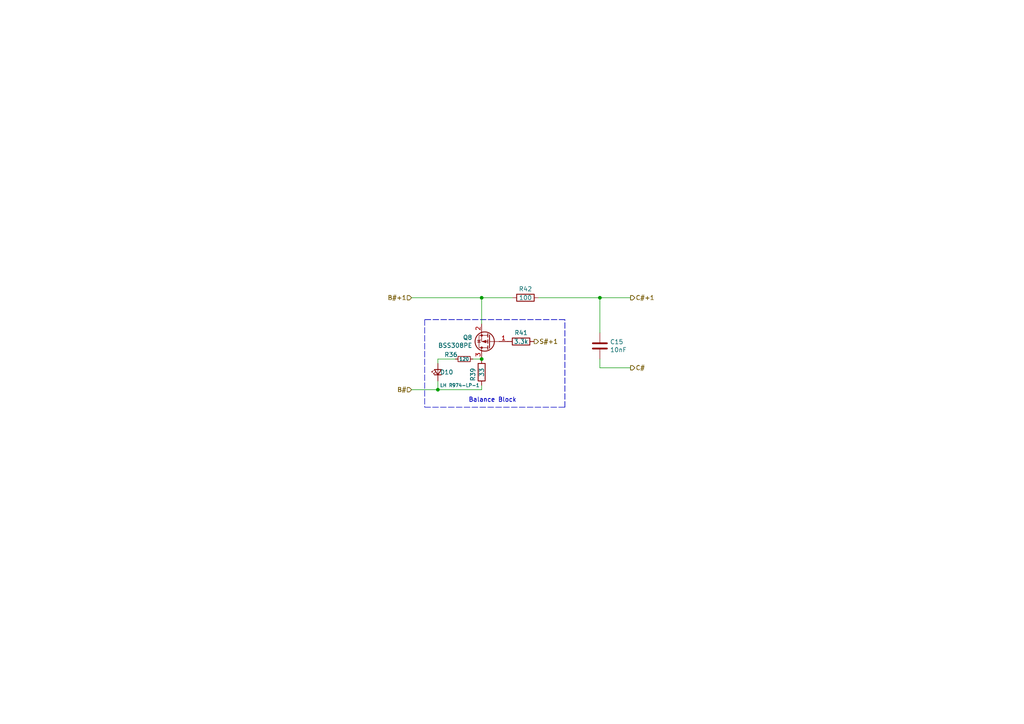
<source format=kicad_sch>
(kicad_sch (version 20250114) (generator "eeschema") (generator_version "9.0")
  (paper "A4")
  (lib_symbols
    (symbol "Device:C" (pin_numbers (hide yes)) (pin_names (offset 0.254))
      (property "Reference" "C" (at 0.635 2.54 0))
      (property "Value" "C" (at 0.635 -2.54 0))
      (symbol "C_0_1"
        (polyline (pts (xy -2.032 0.762) (xy 2.032 0.762)) (stroke (width 0.508)))
        (polyline (pts (xy -2.032 -0.762) (xy 2.032 -0.762)) (stroke (width 0.508)))
      )
      (symbol "C_1_1"
        (pin passive line (at 0 3.81 270) (length 2.794) (name "~") (number "1"))
        (pin passive line (at 0 -3.81 90) (length 2.794) (name "~") (number "2"))
      )
    )
    (symbol "Device:LED_Small" (pin_numbers (hide yes)) (pin_names (offset 0.254) (hide yes))
      (property "Reference" "D" (at -1.27 3.175 0))
      (property "Value" "LED_Small" (at -4.445 -2.54 0))
      (symbol "LED_Small_0_1"
        (polyline (pts (xy -0.762 -1.016) (xy -0.762 1.016)) (stroke (width 0.254)))
        (polyline (pts (xy 0 0.762) (xy -0.508 1.27) (xy -0.254 1.27) (xy -0.508 1.27) (xy -0.508 1.016)))
        (polyline (pts (xy 0.508 1.27) (xy 0 1.778) (xy 0.254 1.778) (xy 0 1.778) (xy 0 1.524)))
        (polyline (pts (xy 0.762 -1.016) (xy -0.762 0) (xy 0.762 1.016) (xy 0.762 -1.016)) (stroke (width 0.254)))
        (polyline (pts (xy 1.016 0) (xy -0.762 0)))
      )
      (symbol "LED_Small_1_1"
        (pin passive line (at -2.54 0 0) (length 1.778) (name "K") (number "1"))
        (pin passive line (at 2.54 0 180) (length 1.778) (name "A") (number "2"))
      )
    )
    (symbol "Device:R" (pin_numbers (hide yes)) (pin_names (offset 0))
      (property "Reference" "R" (at 2.032 0 90))
      (property "Value" "R" (at 0 0 90))
      (symbol "R_0_1"
        (rectangle (start -1.016 -2.54) (end 1.016 2.54) (stroke (width 0.254)))
      )
      (symbol "R_1_1"
        (pin passive line (at 0 3.81 270) (length 1.27) (name "~") (number "1"))
        (pin passive line (at 0 -3.81 90) (length 1.27) (name "~") (number "2"))
      )
    )
    (symbol "Device:R_Small" (pin_numbers (hide yes)) (pin_names (offset 0.254) (hide yes))
      (property "Reference" "R" (at 0.762 0.508 0))
      (property "Value" "R_Small" (at 0.762 -1.016 0))
      (symbol "R_Small_0_1"
        (rectangle (start -0.762 1.778) (end 0.762 -1.778) (stroke (width 0.2032)))
      )
      (symbol "R_Small_1_1"
        (pin passive line (at 0 2.54 270) (length 0.762) (name "~") (number "1"))
        (pin passive line (at 0 -2.54 90) (length 0.762) (name "~") (number "2"))
      )
    )
    (symbol "Transistor_FET:BSS84" (pin_names (hide yes))
      (property "Reference" "Q" (at 5.08 1.905 0))
      (property "Value" "BSS84" (at 5.08 0 0))
      (symbol "BSS84_0_1"
        (polyline (pts (xy 0.254 1.905) (xy 0.254 -1.905)) (stroke (width 0.254)))
        (polyline (pts (xy 0.254 0) (xy -2.54 0)))
        (polyline (pts (xy 0.762 2.286) (xy 0.762 1.27)) (stroke (width 0.254)))
        (polyline (pts (xy 0.762 1.778) (xy 3.302 1.778) (xy 3.302 -1.778) (xy 0.762 -1.778)))
        (polyline (pts (xy 0.762 0.508) (xy 0.762 -0.508)) (stroke (width 0.254)))
        (polyline (pts (xy 0.762 -1.27) (xy 0.762 -2.286)) (stroke (width 0.254)))
        (circle (center 1.651 0) (radius 2.794) (stroke (width 0.254)))
        (polyline (pts (xy 2.286 0) (xy 1.27 0.381) (xy 1.27 -0.381) (xy 2.286 0)) (fill (type outline)))
        (polyline (pts (xy 2.54 2.54) (xy 2.54 1.778)))
        (circle (center 2.54 1.778) (radius 0.254) (fill (type outline)))
        (circle (center 2.54 -1.778) (radius 0.254) (fill (type outline)))
        (polyline (pts (xy 2.54 -2.54) (xy 2.54 0) (xy 0.762 0)))
        (polyline (pts (xy 2.794 -0.508) (xy 2.921 -0.381) (xy 3.683 -0.381) (xy 3.81 -0.254)))
        (polyline (pts (xy 3.302 -0.381) (xy 2.921 0.254) (xy 3.683 0.254) (xy 3.302 -0.381)))
      )
      (symbol "BSS84_1_1"
        (pin input line (at -5.08 0 0) (length 2.54) (name "G") (number "1"))
        (pin passive line (at 2.54 5.08 270) (length 2.54) (name "D") (number "3"))
        (pin passive line (at 2.54 -5.08 90) (length 2.54) (name "S") (number "2"))
      )
    )
  )
  (text "Balance Block" (at 135.89 116.84 0) (effects (font (size 1.27 1.27)) (justify left bottom)))
  (text "Balance Block" (at 135.89 116.84 0) (effects (font (size 1.27 1.27)) (justify left bottom)))
  (junction (at 139.7 86.36))
  (junction (at 173.99 86.36))
  (junction (at 127 113.03))
  (junction (at 139.7 104.14))
  (wire (pts (xy 173.99 86.36) (xy 173.99 96.52)))
  (wire (pts (xy 139.7 111.76) (xy 139.7 113.03)))
  (polyline (pts (xy 163.83 92.71) (xy 123.19 92.71)) (stroke (width 0) (type dash)))
  (polyline (pts (xy 163.83 92.71) (xy 123.19 92.71)) (stroke (width 0) (type dash)))
  (wire (pts (xy 139.7 104.14) (xy 137.16 104.14)))
  (wire (pts (xy 119.38 86.36) (xy 139.7 86.36)))
  (wire (pts (xy 127 113.03) (xy 139.7 113.03)))
  (polyline (pts (xy 123.19 118.11) (xy 163.83 118.11)) (stroke (width 0) (type dash)))
  (polyline (pts (xy 123.19 118.11) (xy 163.83 118.11)) (stroke (width 0) (type dash)))
  (wire (pts (xy 156.21 86.36) (xy 173.99 86.36)))
  (wire (pts (xy 132.08 104.14) (xy 127 104.14)))
  (polyline (pts (xy 123.19 92.71) (xy 123.19 118.11)) (stroke (width 0) (type dash)))
  (polyline (pts (xy 123.19 92.71) (xy 123.19 118.11)) (stroke (width 0) (type dash)))
  (wire (pts (xy 127 104.14) (xy 127 105.41)))
  (wire (pts (xy 173.99 106.68) (xy 182.88 106.68)))
  (wire (pts (xy 139.7 86.36) (xy 139.7 93.98)))
  (polyline (pts (xy 163.83 118.11) (xy 163.83 92.71)) (stroke (width 0) (type dash)))
  (polyline (pts (xy 163.83 118.11) (xy 163.83 92.71)) (stroke (width 0) (type dash)))
  (wire (pts (xy 182.88 86.36) (xy 173.99 86.36)))
  (wire (pts (xy 119.38 113.03) (xy 127 113.03)))
  (wire (pts (xy 173.99 104.14) (xy 173.99 106.68)))
  (wire (pts (xy 139.7 86.36) (xy 148.59 86.36)))
  (wire (pts (xy 127 110.49) (xy 127 113.03)))
  (hierarchical_label "B#+1" (shape input) (at 119.38 86.36 180))
  (hierarchical_label "C#+1" (shape output) (at 182.88 86.36 0))
  (hierarchical_label "C#" (shape output) (at 182.88 106.68 0))
  (hierarchical_label "B#" (shape input) (at 119.38 113.03 180))
  (hierarchical_label "B#+1" (shape input) (at 119.38 86.36 180))
  (hierarchical_label "S#+1" (shape output) (at 154.94 99.06 0))
  (hierarchical_label "C#" (shape output) (at 182.88 106.68 0))
  (hierarchical_label "C#+1" (shape output) (at 182.88 86.36 0))
  (hierarchical_label "B#" (shape input) (at 119.38 113.03 180))
  (hierarchical_label "S#+1" (shape output) (at 154.94 99.06 0))
  (symbol (lib_id "Transistor_FET:BSS84") (at 142.24 99.06 180) (unit 1)
    (property "Reference" "Q2" (at 137.0076 97.8916 0) (effects (justify left)))
    (property "Value" "BSS308PE" (at 137.0076 100.203 0) (effects (justify left)))
    (property "Footprint" "Package_TO_SOT_SMD:SOT-23" (effects (hide yes)))
    (property "Datasheet" "http://assets.nexperia.com/documents/data-sheet/BSS84.pdf" (effects (hide yes)))
    (instances (project "BMS" (path "" (reference "Q8") (unit 1)) (path "" (reference "Q10") (unit 1)) (path "" (reference "Q12") (unit 1)) (path "" (reference "Q6") (unit 1)) (path "" (reference "Q4") (unit 1)) (path "" (reference "Q2") (unit 1))))
  )
  (symbol (lib_id "Device:R") (at 152.4 86.36 270) (unit 1)
    (property "Reference" "R18" (at 152.4 83.82 90))
    (property "Value" "100" (at 152.4 86.36 90))
    (property "Footprint" "Resistor_SMD:R_0805_2012Metric_Pad1.20x1.40mm_HandSolder" (effects (hide yes)))
    (instances (project "BMS" (path "" (reference "R42") (unit 1)) (path "" (reference "R50") (unit 1)) (path "" (reference "R58") (unit 1)) (path "" (reference "R34") (unit 1)) (path "" (reference "R26") (unit 1)) (path "" (reference "R18") (unit 1))))
  )
  (symbol (lib_id "Device:R_Small") (at 134.62 104.14 270) (unit 1)
    (property "Reference" "R12" (at 130.81 102.87 90))
    (property "Value" "120" (at 134.62 104.14 90) (effects (font (size 0.9652 0.9652))))
    (property "Footprint" "Resistor_SMD:R_0805_2012Metric_Pad1.20x1.40mm_HandSolder" (effects (hide yes)))
    (instances (project "BMS" (path "" (reference "R36") (unit 1)) (path "" (reference "R44") (unit 1)) (path "" (reference "R52") (unit 1)) (path "" (reference "R28") (unit 1)) (path "" (reference "R20") (unit 1)) (path "" (reference "R12") (unit 1))))
  )
  (symbol (lib_id "Device:C") (at 173.99 100.33 0) (unit 1)
    (property "Reference" "C9" (at 176.911 99.1616 0) (effects (justify left)))
    (property "Value" "10nF" (at 176.911 101.473 0) (effects (justify left)))
    (property "Footprint" "Capacitor_SMD:C_0805_2012Metric_Pad1.18x1.45mm_HandSolder" (effects (hide yes)))
    (instances (project "BMS" (path "" (reference "C15") (unit 1)) (path "" (reference "C17") (unit 1)) (path "" (reference "C19") (unit 1)) (path "" (reference "C13") (unit 1)) (path "" (reference "C11") (unit 1)) (path "" (reference "C9") (unit 1))))
  )
  (symbol (lib_id "Device:LED_Small") (at 127 107.95 90) (unit 1)
    (property "Reference" "D4" (at 129.54 107.95 90))
    (property "Value" "LH R974-LP-1" (at 133.35 111.76 90) (effects (font (size 0.9652 0.9652))))
    (property "Footprint" "LED_SMD:LED_0805_2012Metric_Pad1.15x1.40mm_HandSolder" (effects (hide yes)))
    (instances (project "BMS" (path "" (reference "D10") (unit 1)) (path "" (reference "D12") (unit 1)) (path "" (reference "D14") (unit 1)) (path "" (reference "D8") (unit 1)) (path "" (reference "D6") (unit 1)) (path "" (reference "D4") (unit 1))))
  )
  (symbol (lib_id "Device:R") (at 139.7 107.95 180) (unit 1)
    (property "Reference" "R15" (at 137.16 106.68 90) (effects (justify left)))
    (property "Value" "33" (at 139.7 106.68 90) (effects (justify left)))
    (property "Footprint" "Resistor_SMD:R_2512_6332Metric_Pad1.40x3.35mm_HandSolder" (effects (hide yes)))
    (instances (project "BMS" (path "" (reference "R39") (unit 1)) (path "" (reference "R47") (unit 1)) (path "" (reference "R55") (unit 1)) (path "" (reference "R31") (unit 1)) (path "" (reference "R23") (unit 1)) (path "" (reference "R15") (unit 1))))
  )
  (symbol (lib_id "Device:R") (at 151.13 99.06 270) (unit 1)
    (property "Reference" "R17" (at 151.13 96.52 90))
    (property "Value" "3.3k" (at 151.13 99.06 90))
    (property "Footprint" "Resistor_SMD:R_0805_2012Metric_Pad1.20x1.40mm_HandSolder" (effects (hide yes)))
    (instances (project "BMS" (path "" (reference "R41") (unit 1)) (path "" (reference "R49") (unit 1)) (path "" (reference "R57") (unit 1)) (path "" (reference "R33") (unit 1)) (path "" (reference "R25") (unit 1)) (path "" (reference "R17") (unit 1))))
  )
)
</source>
